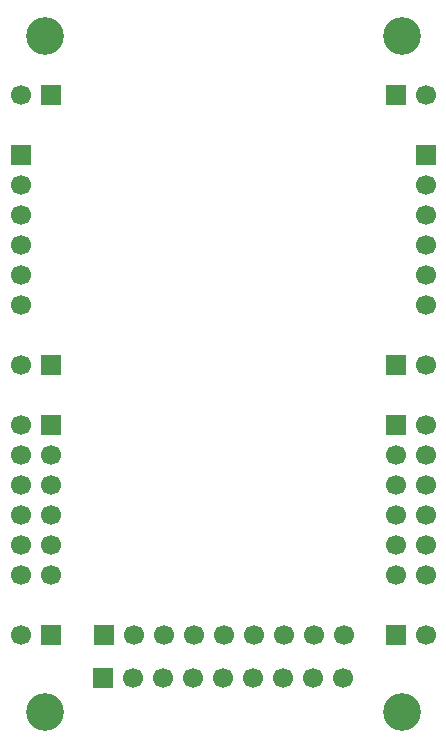
<source format=gbr>
%TF.GenerationSoftware,KiCad,Pcbnew,9.0.4*%
%TF.CreationDate,2025-10-07T14:59:10+07:00*%
%TF.ProjectId,pic0rick_Adapter,70696330-7269-4636-9b5f-416461707465,rev?*%
%TF.SameCoordinates,PX7641700PY7088980*%
%TF.FileFunction,Soldermask,Top*%
%TF.FilePolarity,Negative*%
%FSLAX46Y46*%
G04 Gerber Fmt 4.6, Leading zero omitted, Abs format (unit mm)*
G04 Created by KiCad (PCBNEW 9.0.4) date 2025-10-07 14:59:10*
%MOMM*%
%LPD*%
G01*
G04 APERTURE LIST*
%ADD10C,3.200000*%
%ADD11R,1.700000X1.700000*%
%ADD12C,1.700000*%
G04 APERTURE END LIST*
D10*
%TO.C,REF\u002A\u002A*%
X33750000Y56000000D03*
%TD*%
%TO.C,REF\u002A\u002A*%
X3500000Y56000000D03*
%TD*%
%TO.C,REF\u002A\u002A*%
X33750000Y-1250000D03*
%TD*%
%TO.C,REF\u002A\u002A*%
X3500000Y-1250000D03*
%TD*%
D11*
%TO.C,J5*%
X33210000Y28120000D03*
D12*
X35750000Y28120000D03*
%TD*%
D11*
%TO.C,J11*%
X8500000Y5250000D03*
D12*
X11040000Y5250000D03*
X13579999Y5250000D03*
X16120000Y5250000D03*
X18660000Y5250000D03*
X21200000Y5250000D03*
X23740000Y5250000D03*
X26280001Y5250000D03*
X28820000Y5250000D03*
%TD*%
D11*
%TO.C,J1*%
X8450000Y1625000D03*
D12*
X10990000Y1625000D03*
X13529999Y1625000D03*
X16070000Y1625000D03*
X18610000Y1625000D03*
X21150000Y1625000D03*
X23690000Y1625000D03*
X26230001Y1625000D03*
X28770000Y1625000D03*
%TD*%
D11*
%TO.C,J10*%
X4000000Y5270000D03*
D12*
X1460000Y5270000D03*
%TD*%
D11*
%TO.C,J4*%
X1460000Y45910000D03*
D12*
X1460000Y43370000D03*
X1460000Y40830001D03*
X1460000Y38290000D03*
X1460000Y35750000D03*
X1460000Y33210000D03*
%TD*%
D11*
%TO.C,J7*%
X33210000Y50980000D03*
D12*
X35750000Y50980000D03*
%TD*%
D11*
%TO.C,J3*%
X35750000Y45900000D03*
D12*
X35750000Y43360000D03*
X35750000Y40820001D03*
X35750000Y38280000D03*
X35750000Y35740000D03*
X35750000Y33200000D03*
%TD*%
D11*
%TO.C,J9*%
X4000000Y28130000D03*
D12*
X1460000Y28130000D03*
%TD*%
D11*
%TO.C,J12*%
X4000000Y51000000D03*
D12*
X1460000Y51000000D03*
%TD*%
D11*
%TO.C,J6*%
X33210000Y23039999D03*
D12*
X35750000Y23039999D03*
X33210000Y20499999D03*
X35750000Y20499999D03*
X33210000Y17960000D03*
X35750000Y17959999D03*
X33210000Y15419999D03*
X35750000Y15419999D03*
X33210000Y12879999D03*
X35750000Y12879999D03*
X33210000Y10339999D03*
X35750000Y10339999D03*
%TD*%
D11*
%TO.C,J2*%
X33210000Y5270000D03*
D12*
X35750000Y5270000D03*
%TD*%
D11*
%TO.C,J8*%
X4000000Y23050000D03*
D12*
X1460000Y23050000D03*
X4000000Y20510000D03*
X1460000Y20510000D03*
X4000000Y17970000D03*
X1460000Y17970000D03*
X4000000Y15430000D03*
X1460000Y15430000D03*
X4000000Y12890000D03*
X1460000Y12890000D03*
X4000000Y10350000D03*
X1460000Y10350000D03*
%TD*%
M02*

</source>
